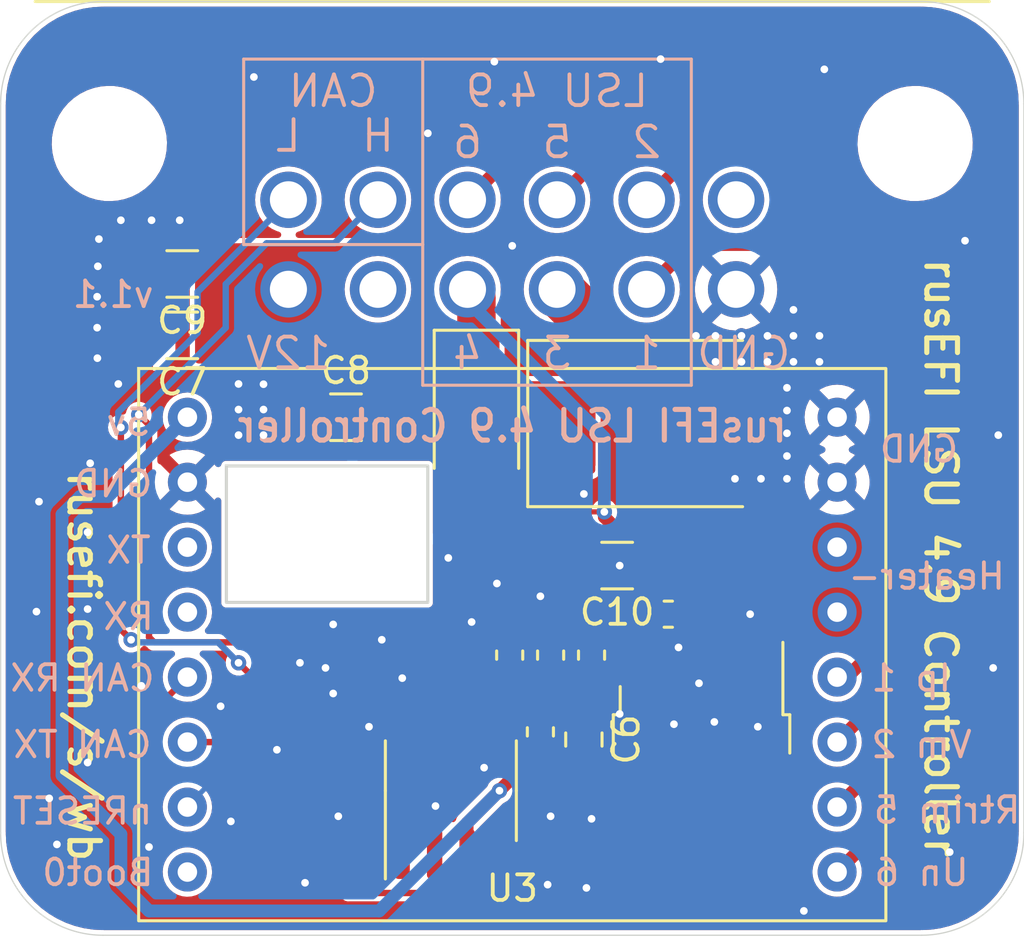
<source format=kicad_pcb>
(kicad_pcb (version 20211014) (generator pcbnew)
  (layers (0 "F.Cu" signal) (31 "B.Cu" signal) (34 "B.Paste" user) (35 "F.Paste" user) (36 "B.SilkS" user "B.Silkscreen") (37 "F.SilkS" user "F.Silkscreen") (38 "B.Mask" user) (39 "F.Mask" user) (44 "Edge.Cuts" user))
  (net 0 "")
  (net 1 "GND")
  (net 2 "+5V")
  (net 3 "Net-(C3-Pad1)")
  (net 4 "12V_RAW")
  (net 5 "/CAN_H")
  (net 6 "/CAN_L")
  (net 7 "/CAN_RX")
  (net 8 "/CAN_TX")
  (net 9 "/LSU_Heater+")
  (net 10 "/LSU_Un")
  (net 11 "/LSU_Rtrim")
  (net 12 "/LSU_Vm")
  (net 13 "/LSU_Ip")
  (net 14 "/LSU_Heater-")
  (net 19 "/Boot0")
  (footprint "mx120:mx120g-12" (layer "F.Cu") (at 60 66)
    (fp_text reference "J3" hide)
    (fp_text value "Conn_02x06_Top_Bottom")
    (fp_line (start 18.65 -11.25) (end -18.65 -11.25) (layer "F.SilkS") (width 0.12))
    (pad "" np_thru_hole circle locked (at -15.75 -5.7) (size 4 4) (drill 4) (layers *.Cu *.Mask))
    (pad "" np_thru_hole circle locked (at 15.75 -5.7) (size 4 4) (drill 4) (layers *.Cu *.Mask))
    (pad "1" thru_hole circle locked (at 8.75 0 180) (size 2.2 2.2) (drill 1.45) (layers *.Cu *.Mask) (net 1 "GND"))
    (pad "2" thru_hole circle locked (at 5.25 0 180) (size 2.2 2.2) (drill 1.45) (layers *.Cu *.Mask) (net 13 "/LSU_Ip"))
    (pad "3" thru_hole circle locked (at 1.75 0 180) (size 2.2 2.2) (drill 1.45) (layers *.Cu *.Mask) (net 14 "/LSU_Heater-"))
    (pad "4" thru_hole circle locked (at -1.75 0 180) (size 2.2 2.2) (drill 1.45) (layers *.Cu *.Mask) (net 9 "/LSU_Heater+"))
    (pad "5" thru_hole circle locked (at -5.25 0 180) (size 2.2 2.2) (drill 1.45) (layers *.Cu *.Mask))
    (pad "6" thru_hole circle locked (at -8.75 0 180) (size 2.2 2.2) (drill 1.45) (layers *.Cu *.Mask) (net 4 "12V_RAW"))
    (pad "7" thru_hole circle locked (at 8.75 -3.5 180) (size 2.2 2.2) (drill 1.45) (layers *.Cu *.Mask))
    (pad "8" thru_hole circle locked (at 5.25 -3.5 180) (size 2.2 2.2) (drill 1.45) (layers *.Cu *.Mask) (net 12 "/LSU_Vm"))
    (pad "9" thru_hole circle locked (at 1.75 -3.5 180) (size 2.2 2.2) (drill 1.45) (layers *.Cu *.Mask) (net 11 "/LSU_Rtrim"))
    (pad "10" thru_hole circle locked (at -1.75 -3.5 180) (size 2.2 2.2) (drill 1.45) (layers *.Cu *.Mask) (net 10 "/LSU_Un"))
    (pad "11" thru_hole circle locked (at -5.25 -3.5 180) (size 2.2 2.2) (drill 1.45) (layers *.Cu *.Mask) (net 5 "/CAN_H"))
    (pad "12" thru_hole circle locked (at -8.75 -3.5 180) (size 2.2 2.2) (drill 1.45) (layers *.Cu *.Mask) (net 6 "/CAN_L"))
  )
  (footprint "Capacitor_SMD:C_0603_1608Metric" (layer "F.Cu") (at 66.1 78.7 180)
    (fp_text reference "C1" hide)
    (fp_text value "1u")
    (fp_line (start -0.162779 0.51) (end 0.162779 0.51) (layer "F.SilkS") (width 0.12))
    (fp_line (start -0.162779 -0.51) (end 0.162779 -0.51) (layer "F.SilkS") (width 0.12))
    (pad "1" smd roundrect locked (at -0.7875 0 180) (size 0.875 0.95) (layers "F.Cu" "F.Paste" "F.Mask") (net 9 "/LSU_Heater+"))
    (pad "2" smd roundrect locked (at 0.7875 0 180) (size 0.875 0.95) (layers "F.Cu" "F.Paste" "F.Mask") (net 1 "GND"))
  )
  (footprint "Capacitor_SMD:C_0603_1608Metric" (layer "F.Cu") (at 63.1 80.3 90)
    (fp_text reference "C2" hide)
    (fp_text value "1u")
    (fp_line (start -0.162779 0.51) (end 0.162779 0.51) (layer "F.SilkS") (width 0.12))
    (fp_line (start -0.162779 -0.51) (end 0.162779 -0.51) (layer "F.SilkS") (width 0.12))
    (pad "1" smd roundrect locked (at -0.7875 0 90) (size 0.875 0.95) (layers "F.Cu" "F.Paste" "F.Mask") (net 2 "+5V"))
    (pad "2" smd roundrect locked (at 0.7875 0 90) (size 0.875 0.95) (layers "F.Cu" "F.Paste" "F.Mask") (net 1 "GND"))
  )
  (footprint "Capacitor_SMD:C_0603_1608Metric" (layer "F.Cu") (at 59.9 80.3 90)
    (fp_text reference "C3" hide)
    (fp_text value "1u")
    (fp_line (start -0.162779 0.51) (end 0.162779 0.51) (layer "F.SilkS") (width 0.12))
    (fp_line (start -0.162779 -0.51) (end 0.162779 -0.51) (layer "F.SilkS") (width 0.12))
    (pad "1" smd roundrect locked (at -0.7875 0 90) (size 0.875 0.95) (layers "F.Cu" "F.Paste" "F.Mask") (net 3 "Net-(C3-Pad1)"))
    (pad "2" smd roundrect locked (at 0.7875 0 90) (size 0.875 0.95) (layers "F.Cu" "F.Paste" "F.Mask") (net 1 "GND"))
  )
  (footprint "Diode_SMD:D_SMC" (layer "F.Cu") (at 65.405 71.247)
    (fp_text reference "D1" hide)
    (fp_text value "D_TVS")
    (fp_line (start -4.8 3.25) (end 3.6 3.25) (layer "F.SilkS") (width 0.12))
    (fp_line (start -4.8 3.25) (end -4.8 -3.25) (layer "F.SilkS") (width 0.12))
    (fp_line (start -4.8 -3.25) (end 3.6 -3.25) (layer "F.SilkS") (width 0.12))
    (pad "1" smd rect locked (at -3.4 0 90) (size 3.3 2.5) (layers "F.Cu" "F.Paste" "F.Mask") (net 4 "12V_RAW"))
    (pad "2" smd rect locked (at 3.4 0 90) (size 3.3 2.5) (layers "F.Cu" "F.Paste" "F.Mask") (net 1 "GND"))
  )
  (footprint "Diode_SMD:D_SMA" (layer "F.Cu") (at 58.6 71 -90)
    (fp_text reference "D2" hide)
    (fp_text value "D_Schottky")
    (fp_line (start -3.4 -1.65) (end -3.4 1.65) (layer "F.SilkS") (width 0.12))
    (fp_line (start -3.4 -1.65) (end 2 -1.65) (layer "F.SilkS") (width 0.12))
    (fp_line (start -3.4 1.65) (end 2 1.65) (layer "F.SilkS") (width 0.12))
    (pad "1" smd rect locked (at -2 0 270) (size 2.5 1.8) (layers "F.Cu" "F.Paste" "F.Mask") (net 9 "/LSU_Heater+"))
    (pad "2" smd rect locked (at 2 0 270) (size 2.5 1.8) (layers "F.Cu" "F.Paste" "F.Mask") (net 4 "12V_RAW"))
  )
  (footprint "Resistor_SMD:R_0603_1608Metric" (layer "F.Cu") (at 61.1 83.3 90)
    (fp_text reference "R1" hide)
    (fp_text value "220")
    (fp_line (start -0.162779 -0.51) (end 0.162779 -0.51) (layer "F.SilkS") (width 0.12))
    (fp_line (start -0.162779 0.51) (end 0.162779 0.51) (layer "F.SilkS") (width 0.12))
    (pad "1" smd roundrect locked (at -0.7875 0 90) (size 0.875 0.95) (layers "F.Cu" "F.Paste" "F.Mask") (net 2 "+5V"))
    (pad "2" smd roundrect locked (at 0.7875 0 90) (size 0.875 0.95) (layers "F.Cu" "F.Paste" "F.Mask") (net 3 "Net-(C3-Pad1)"))
  )
  (footprint "Resistor_SMD:R_0603_1608Metric" (layer "F.Cu") (at 61.5 80.3 90)
    (fp_text reference "R2" hide)
    (fp_text value "470")
    (fp_line (start -0.162779 0.51) (end 0.162779 0.51) (layer "F.SilkS") (width 0.12))
    (fp_line (start -0.162779 -0.51) (end 0.162779 -0.51) (layer "F.SilkS") (width 0.12))
    (pad "1" smd roundrect locked (at -0.7875 0 90) (size 0.875 0.95) (layers "F.Cu" "F.Paste" "F.Mask") (net 3 "Net-(C3-Pad1)"))
    (pad "2" smd roundrect locked (at 0.7875 0 90) (size 0.875 0.95) (layers "F.Cu" "F.Paste" "F.Mask") (net 1 "GND"))
  )
  (footprint "Package_SO:SOIC-8_3.9x4.9mm_P1.27mm" (layer "F.Cu") (at 57.6 85.6 90)
    (fp_text reference "U1" hide)
    (fp_text value "TJA1051T-3")
    (fp_line (start 0 -2.56) (end 1.95 -2.56) (layer "F.SilkS") (width 0.12))
    (fp_line (start 0 2.56) (end 1.95 2.56) (layer "F.SilkS") (width 0.12))
    (fp_line (start 0 -2.56) (end -3.45 -2.56) (layer "F.SilkS") (width 0.12))
    (fp_line (start 0 2.56) (end -1.95 2.56) (layer "F.SilkS") (width 0.12))
    (pad "1" smd roundrect locked (at -2.475 -1.905 90) (size 1.95 0.6) (layers "F.Cu" "F.Paste" "F.Mask") (net 8 "/CAN_TX"))
    (pad "2" smd roundrect locked (at -2.475 -0.635 90) (size 1.95 0.6) (layers "F.Cu" "F.Paste" "F.Mask") (net 1 "GND"))
    (pad "3" smd roundrect locked (at -2.475 0.635 90) (size 1.95 0.6) (layers "F.Cu" "F.Paste" "F.Mask") (net 2 "+5V"))
    (pad "4" smd roundrect locked (at -2.475 1.905 90) (size 1.95 0.6) (layers "F.Cu" "F.Paste" "F.Mask") (net 7 "/CAN_RX"))
    (pad "5" smd roundrect locked (at 2.475 1.905 90) (size 1.95 0.6) (layers "F.Cu" "F.Paste" "F.Mask") (net 3 "Net-(C3-Pad1)"))
    (pad "6" smd roundrect locked (at 2.475 0.635 90) (size 1.95 0.6) (layers "F.Cu" "F.Paste" "F.Mask") (net 6 "/CAN_L"))
    (pad "7" smd roundrect locked (at 2.475 -0.635 90) (size 1.95 0.6) (layers "F.Cu" "F.Paste" "F.Mask") (net 5 "/CAN_H"))
    (pad "8" smd roundrect locked (at 2.475 -1.905 90) (size 1.95 0.6) (layers "F.Cu" "F.Paste" "F.Mask") (net 1 "GND"))
  )
  (footprint "Package_TO_SOT_SMD:TO-252-2" (layer "F.Cu") (at 67.4 85.1 -90)
    (fp_text reference "U2" hide)
    (fp_text value "LM78M05_TO252")
    (fp_line (start -0.97 -3.45) (end -2.47 -3.45) (layer "F.SilkS") (width 0.12))
    (fp_line (start -2.47 3.18) (end -3.57 3.18) (layer "F.SilkS") (width 0.12))
    (fp_line (start -0.97 3.45) (end -2.47 3.45) (layer "F.SilkS") (width 0.12))
    (fp_line (start -2.47 3.45) (end -2.47 3.18) (layer "F.SilkS") (width 0.12))
    (fp_line (start -2.47 -3.45) (end -2.47 -3.18) (layer "F.SilkS") (width 0.12))
    (fp_line (start -2.47 -3.18) (end -5.3 -3.18) (layer "F.SilkS") (width 0.12))
    (pad "1" smd rect locked (at -4.2 -2.28 270) (size 2.2 1.2) (layers "F.Cu" "F.Paste" "F.Mask") (net 9 "/LSU_Heater+"))
    (pad "2" smd rect locked (at 2.1 0 270) (size 6.4 5.8) (layers "F.Cu" "F.Mask") (net 1 "GND"))
    (pad "3" smd rect locked (at -4.2 2.28 270) (size 2.2 1.2) (layers "F.Cu" "F.Paste" "F.Mask") (net 2 "+5V"))
  )
  (footprint "Capacitor_SMD:C_0402_1005Metric" (layer "F.Cu") (at 57 80.8 -90)
    (fp_text reference "C4" hide)
    (fp_text value "47p")
    (pad "1" smd roundrect locked (at -0.485 0 270) (size 0.59 0.64) (layers "F.Cu" "F.Paste" "F.Mask") (net 1 "GND"))
    (pad "2" smd roundrect locked (at 0.485 0 270) (size 0.59 0.64) (layers "F.Cu" "F.Paste" "F.Mask") (net 5 "/CAN_H"))
  )
  (footprint "Capacitor_SMD:C_0402_1005Metric" (layer "F.Cu") (at 58.2 80.8 90)
    (fp_text reference "C5" hide)
    (fp_text value "47p")
    (pad "1" smd roundrect locked (at -0.485 0 90) (size 0.59 0.64) (layers "F.Cu" "F.Paste" "F.Mask") (net 6 "/CAN_L"))
    (pad "2" smd roundrect locked (at 0.485 0 90) (size 0.59 0.64) (layers "F.Cu" "F.Paste" "F.Mask") (net 1 "GND"))
  )
  (footprint "Capacitor_SMD:C_0805_2012Metric" (layer "F.Cu") (at 62.8 83.6 -90)
    (fp_text reference "C6" (at 0 -1.65 90) (layer "F.SilkS"))
    (fp_text value "22u")
    (fp_line (start -0.258578 0.71) (end 0.258578 0.71) (layer "F.SilkS") (width 0.12))
    (fp_line (start -0.258578 -0.71) (end 0.258578 -0.71) (layer "F.SilkS") (width 0.12))
    (pad "1" smd roundrect locked (at -0.9375 0 270) (size 0.975 1.4) (layers "F.Cu" "F.Paste" "F.Mask") (net 2 "+5V"))
    (pad "2" smd roundrect locked (at 0.9375 0 270) (size 0.975 1.4) (layers "F.Cu" "F.Paste" "F.Mask") (net 1 "GND"))
  )
  (footprint "Capacitor_SMD:C_1206_3216Metric" (layer "F.Cu") (at 47.1 67.8 180)
    (fp_text reference "C7" (at 0 -1.82) (layer "F.SilkS"))
    (fp_text value "10u")
    (fp_line (start -0.602064 0.91) (end 0.602064 0.91) (layer "F.SilkS") (width 0.12))
    (fp_line (start -0.602064 -0.91) (end 0.602064 -0.91) (layer "F.SilkS") (width 0.12))
    (pad "1" smd roundrect locked (at -1.4 0 180) (size 1.25 1.75) (layers "F.Cu" "F.Paste" "F.Mask") (roundrect_rratio 0.2) (net 4 "12V_RAW"))
    (pad "2" smd roundrect locked (at 1.4 0 180) (size 1.25 1.75) (layers "F.Cu" "F.Paste" "F.Mask") (roundrect_rratio 0.2) (net 1 "GND"))
  )
  (footprint "Capacitor_SMD:C_1206_3216Metric" (layer "F.Cu") (at 53.5 71)
    (fp_text reference "C8" (at 0 -1.82) (layer "F.SilkS"))
    (fp_text value "10u")
    (fp_line (start -0.602064 -0.91) (end 0.602064 -0.91) (layer "F.SilkS") (width 0.12))
    (fp_line (start -0.602064 0.91) (end 0.602064 0.91) (layer "F.SilkS") (width 0.12))
    (pad "1" smd roundrect locked (at -1.4 0) (size 1.25 1.75) (layers "F.Cu" "F.Paste" "F.Mask") (roundrect_rratio 0.2) (net 1 "GND"))
    (pad "2" smd roundrect locked (at 1.4 0) (size 1.25 1.75) (layers "F.Cu" "F.Paste" "F.Mask") (roundrect_rratio 0.2) (net 4 "12V_RAW"))
  )
  (footprint "Capacitor_SMD:C_1206_3216Metric" (layer "F.Cu") (at 47.1 65.4 180)
    (fp_text reference "C9" (at 0 -1.82) (layer "F.SilkS"))
    (fp_text value "10u")
    (fp_line (start -0.602064 0.91) (end 0.602064 0.91) (layer "F.SilkS") (width 0.12))
    (fp_line (start -0.602064 -0.91) (end 0.602064 -0.91) (layer "F.SilkS") (width 0.12))
    (pad "1" smd roundrect locked (at -1.4 0 180) (size 1.25 1.75) (layers "F.Cu" "F.Paste" "F.Mask") (roundrect_rratio 0.2) (net 4 "12V_RAW"))
    (pad "2" smd roundrect locked (at 1.4 0 180) (size 1.25 1.75) (layers "F.Cu" "F.Paste" "F.Mask") (roundrect_rratio 0.2) (net 1 "GND"))
  )
  (footprint "Capacitor_SMD:C_1206_3216Metric" (layer "F.Cu") (at 64.1 76.8 180)
    (fp_text reference "C10" (at 0 -1.82) (layer "F.SilkS"))
    (fp_text value "10u")
    (fp_line (start -0.602064 -0.91) (end 0.602064 -0.91) (layer "F.SilkS") (width 0.12))
    (fp_line (start -0.602064 0.91) (end 0.602064 0.91) (layer "F.SilkS") (width 0.12))
    (pad "1" smd roundrect locked (at -1.4 0 180) (size 1.25 1.75) (layers "F.Cu" "F.Paste" "F.Mask") (roundrect_rratio 0.2) (net 9 "/LSU_Heater+"))
    (pad "2" smd roundrect locked (at 1.4 0 180) (size 1.25 1.75) (layers "F.Cu" "F.Paste" "F.Mask") (roundrect_rratio 0.2) (net 1 "GND"))
  )
  (footprint "wideband_module:f042_wideband_module" (layer "F.Cu") (at 47.3 71)
    (fp_text reference "U3" (at 12.7 18.415 unlocked) (layer "F.SilkS"))
    (fp_text value "f042_wideband_module")
    (fp_rect (start -1.905 -1.905) (end 27.305 19.685) (layer "F.SilkS") (width 0.12) (fill none))
    (fp_rect (start 1.524 1.905) (end 9.398 7.239) (layer "Edge.Cuts") (width 0.12) (fill none))
    (pad "1" thru_hole circle (at 0 0) (size 1.524 1.524) (drill 0.762) (layers *.Cu *.Mask) (net 2 "+5V"))
    (pad "2" thru_hole circle (at 0 2.54) (size 1.524 1.524) (drill 0.762) (layers *.Cu *.Mask) (net 1 "GND"))
    (pad "3" thru_hole circle (at 0 5.08) (size 1.524 1.524) (drill 0.762) (layers *.Cu *.Mask))
    (pad "4" thru_hole circle (at 0 7.62) (size 1.524 1.524) (drill 0.762) (layers *.Cu *.Mask))
    (pad "5" thru_hole circle (at 0 10.16) (size 1.524 1.524) (drill 0.762) (layers *.Cu *.Mask) (net 7 "/CAN_RX"))
    (pad "6" thru_hole circle (at 0 12.7) (size 1.524 1.524) (drill 0.762) (layers *.Cu *.Mask) (net 8 "/CAN_TX"))
    (pad "7" thru_hole circle (at 0 15.24) (size 1.524 1.524) (drill 0.762) (layers *.Cu *.Mask) (net 9 "/LSU_Heater+"))
    (pad "8" thru_hole circle (at 0 17.78) (size 1.524 1.524) (drill 0.762) (layers *.Cu *.Mask) (net 19 "/Boot0"))
    (pad "9" thru_hole circle (at 25.4 0) (size 1.524 1.524) (drill 0.762) (layers *.Cu *.Mask) (net 1 "GND"))
    (pad "10" thru_hole circle (at 25.4 2.54) (size 1.524 1.524) (drill 0.762) (layers *.Cu *.Mask) (net 1 "GND"))
    (pad "11" thru_hole circle (at 25.4 5.08) (size 1.524 1.524) (drill 0.762) (layers *.Cu *.Mask) (net 14 "/LSU_Heater-"))
    (pad "12" thru_hole circle (at 25.4 7.62) (size 1.524 1.524) (drill 0.762) (layers *.Cu *.Mask) (net 14 "/LSU_Heater-"))
    (pad "13" thru_hole circle (at 25.4 10.16) (size 1.524 1.524) (drill 0.762) (layers *.Cu *.Mask) (net 13 "/LSU_Ip"))
    (pad "14" thru_hole circle (at 25.4 12.7) (size 1.524 1.524) (drill 0.762) (layers *.Cu *.Mask) (net 12 "/LSU_Vm"))
    (pad "15" thru_hole circle (at 25.4 15.24) (size 1.524 1.524) (drill 0.762) (layers *.Cu *.Mask) (net 11 "/LSU_Rtrim"))
    (pad "16" thru_hole circle (at 25.4 17.78) (size 1.524 1.524) (drill 0.762) (layers *.Cu *.Mask) (net 10 "/LSU_Un"))
  )
  (gr_line (start 49.5 64.25) (end 56.5 64.25) (layer "B.SilkS") (width 0.12))
  (gr_line (start 67 57) (end 67 69.75) (layer "B.SilkS") (width 0.12))
  (gr_line (start 56.5 57) (end 49.5 57) (layer "B.SilkS") (width 0.12))
  (gr_line (start 56.5 69.75) (end 67 69.75) (layer "B.SilkS") (width 0.12))
  (gr_line (start 56.5 64.25) (end 56.5 69.75) (layer "B.SilkS") (width 0.12))
  (gr_line (start 56.5 64.25) (end 56.5 57) (layer "B.SilkS") (width 0.12))
  (gr_line (start 67 57) (end 56.5 57) (layer "B.SilkS") (width 0.12))
  (gr_line (start 49.5 57) (end 49.5 64.25) (layer "B.SilkS") (width 0.12))
  (gr_line (start 80 87.25) (end 80 58.75) (layer "Edge.Cuts") (width 0.05))
  (gr_arc (start 80 87.25) (mid 78.828427 90.078427) (end 76 91.25) (layer "Edge.Cuts") (width 0.05))
  (gr_arc (start 44 91.25) (mid 41.171573 90.078427) (end 40 87.25) (layer "Edge.Cuts") (width 0.05))
  (gr_arc (start 40 58.75) (mid 41.171573 55.921573) (end 44 54.75) (layer "Edge.Cuts") (width 0.05))
  (gr_line (start 44 91.25) (end 76 91.25) (layer "Edge.Cuts") (width 0.05))
  (gr_line (start 40 58.75) (end 40 87.25) (layer "Edge.Cuts") (width 0.05))
  (gr_arc (start 76 54.75) (mid 78.828427 55.921573) (end 80 58.75) (layer "Edge.Cuts") (width 0.05))
  (gr_line (start 76 54.75) (end 44 54.75) (layer "Edge.Cuts") (width 0.05))
  (gr_text "CAN" (at 53 58.25) (layer "B.SilkS") (effects (font (size 1.2 1.2)) (justify mirror)))
  (gr_text "12V" (at 51.25 68.5) (layer "B.SilkS") (effects (font (size 1.2 1.2)) (justify mirror)))
  (gr_text "GND" (at 69.05 68.5) (layer "B.SilkS") (effects (font (size 1.2 1.2)) (justify mirror)))
  (gr_text "L" (at 51.25 60) (layer "B.SilkS") (effects (font (size 1.2 1.2)) (justify mirror)))
  (gr_text "H" (at 54.75 60) (layer "B.SilkS") (effects (font (size 1.2 1.2)) (justify mirror)))
  (gr_text "1" (at 65.25 68.5) (layer "B.SilkS") (effects (font (size 1.2 1.2)) (justify mirror)))
  (gr_text "3" (at 61.75 68.5) (layer "B.SilkS") (effects (font (size 1.2 1.2)) (justify mirror)))
  (gr_text "4" (at 58.25 68.5) (layer "B.SilkS") (effects (font (size 1.2 1.2)) (justify mirror)))
  (gr_text "6" (at 58.25 60.25) (layer "B.SilkS") (effects (font (size 1.2 1.2)) (justify mirror)))
  (gr_text "5" (at 61.75 60.25) (layer "B.SilkS") (effects (font (size 1.2 1.2)) (justify mirror)))
  (gr_text "LSU 4.9" (at 61.75 58.25) (layer "B.SilkS") (effects (font (size 1.2 1.2)) (justify mirror)))
  (gr_text "2" (at 65.25 60.25) (layer "B.SilkS") (effects (font (size 1.2 1.2)) (justify mirror)))
  (gr_text "rusEFI LSU 4.9 Controller" (at 60 71.35) (layer "B.SilkS") (effects (font (size 1.2 1.1) (thickness 0.2)) (justify mirror)))
  (gr_text "GND" (at 75.9 72.25) (layer "B.SilkS") (effects (font (size 1 1)) (justify mirror)))
  (gr_text "Un 6" (at 76 88.8) (layer "B.SilkS") (effects (font (size 1 1)) (justify mirror)))
  (gr_text "TX" (at 45 76.2) (layer "B.SilkS") (effects (font (size 1 1)) (justify mirror)))
  (gr_text "CAN RX" (at 43.2 81.2) (layer "B.SilkS") (effects (font (size 1 1)) (justify mirror)))
  (gr_text "Rtrim 5" (at 77 86.36) (layer "B.SilkS") (effects (font (size 1 1)) (justify mirror)))
  (gr_text "RX" (at 45 78.8) (layer "B.SilkS") (effects (font (size 1 1)) (justify mirror)))
  (gr_text "nRESET" (at 43.2 86.4) (layer "B.SilkS") (effects (font (size 1 1)) (justify mirror)))
  (gr_text "Boot0" (at 43.8 88.8) (layer "B.SilkS") (effects (font (size 1 1)) (justify mirror)))
  (gr_text "v1.1" (at 44.4 66.2) (layer "B.SilkS") (effects (font (size 1 1)) (justify mirror)))
  (gr_text "Vm 2" (at 76 83.8) (layer "B.SilkS") (effects (font (size 1 1)) (justify mirror)))
  (gr_text "GND" (at 44.4 73.6) (layer "B.SilkS") (effects (font (size 1 1)) (justify mirror)))
  (gr_text "5v" (at 45 71.2) (layer "B.SilkS") (effects (font (size 1 1)) (justify mirror)))
  (gr_text "Heater-" (at 76.2 77.216) (layer "B.SilkS") (effects (font (size 1 1)) (justify mirror)))
  (gr_text "CAN TX" (at 43.2 83.8) (layer "B.SilkS") (effects (font (size 1 1)) (justify mirror)))
  (gr_text "Ip 1" (at 75.6 81.2) (layer "B.SilkS") (effects (font (size 1 1)) (justify mirror)))
  (gr_text "rusEFI LSU 4.9 Controller" (at 76.75 76.5 270) (layer "F.SilkS") (effects (font (size 1.2 1.2) (thickness 0.2))))
  (gr_text "rusefi.com/s/wb" (at 43.25 80.75 270) (layer "F.SilkS") (effects (font (size 1.2 1.2) (thickness 0.2))))
  (via (at 67.945 67.818) (size 0.6) (drill 0.3) (layers "F.Cu" "B.Cu") (net 1))
  (via (at 68.961 67.818) (size 0.6) (drill 0.3) (layers "F.Cu" "B.Cu") (net 1))
  (via (at 69.977 67.818) (size 0.6) (drill 0.3) (layers "F.Cu" "B.Cu") (net 1))
  (via (at 70.993 67.818) (size 0.6) (drill 0.3) (layers "F.Cu" "B.Cu") (net 1))
  (via (at 70.993 66.802) (size 0.6) (drill 0.3) (layers "F.Cu" "B.Cu") (net 1))
  (via (at 72.009 67.818) (size 0.6) (drill 0.3) (layers "F.Cu" "B.Cu") (net 1))
  (via (at 72.009 68.834) (size 0.6) (drill 0.3) (layers "F.Cu" "B.Cu") (net 1))
  (via (at 70.993 68.834) (size 0.6) (drill 0.3) (layers "F.Cu" "B.Cu") (net 1))
  (via (at 69.977 68.834) (size 0.6) (drill 0.3) (layers "F.Cu" "B.Cu") (net 1))
  (via (at 68.961 68.834) (size 0.6) (drill 0.3) (layers "F.Cu" "B.Cu") (net 1))
  (via (at 67.945 68.834) (size 0.6) (drill 0.3) (layers "F.Cu" "B.Cu") (net 1))
  (via (at 70.739 69.85) (size 0.6) (drill 0.3) (layers "F.Cu" "B.Cu") (net 1))
  (via (at 70.739 70.739) (size 0.6) (drill 0.3) (layers "F.Cu" "B.Cu") (net 1))
  (via (at 70.739 71.628) (size 0.6) (drill 0.3) (layers "F.Cu" "B.Cu") (net 1))
  (via (at 70.739 72.517) (size 0.6) (drill 0.3) (layers "F.Cu" "B.Cu") (net 1))
  (via (at 70.739 73.406) (size 0.6) (drill 0.3) (layers "F.Cu" "B.Cu") (net 1))
  (via (at 69.723 73.406) (size 0.6) (drill 0.3) (layers "F.Cu" "B.Cu") (net 1))
  (via (at 68.707 73.406) (size 0.6) (drill 0.3) (layers "F.Cu" "B.Cu") (net 1))
  (via (at 67.183 67.818) (size 0.6) (drill 0.3) (layers "F.Cu" "B.Cu") (net 1))
  (via (at 50.8 84) (size 0.6) (drill 0.3) (layers "F.Cu" "B.Cu") (net 1))
  (via (at 41.5 74.3) (size 0.6) (drill 0.3) (layers "F.Cu" "B.Cu") (net 1))
  (via (at 65.8 57) (size 0.6) (drill 0.3) (layers "F.Cu" "B.Cu") (net 1))
  (via (at 43.4 75.5) (size 0.6) (drill 0.3) (layers "F.Cu" "B.Cu") (net 1))
  (via (at 54.9 79.7) (size 0.6) (drill 0.3) (layers "F.Cu" "B.Cu") (net 1))
  (via (at 72.2 57.4) (size 0.6) (drill 0.3) (layers "F.Cu" "B.Cu") (net 1))
  (via (at 49.3 69.7) (size 0.6) (drill 0.3) (layers "F.Cu" "B.Cu") (net 1))
  (via (at 43.8 65.1) (size 0.6) (drill 0.3) (layers "F.Cu" "B.Cu") (net 1))
  (via (at 59.4 77.5) (size 0.6) (drill 0.3) (layers "F.Cu" "B.Cu") (net 1))
  (via (at 49.3 70.7) (size 0.6) (drill 0.3) (layers "F.Cu" "B.Cu") (net 1))
  (via (at 78.8 80.8) (size 0.6) (drill 0.3) (layers "F.Cu" "B.Cu") (net 1))
  (via (at 43.4 78.5) (size 0.6) (drill 0.3) (layers "F.Cu" "B.Cu") (net 1))
  (via (at 59.3 57.1) (size 0.6) (drill 0.3) (layers "F.Cu" "B.Cu") (net 1))
  (via (at 61.5 86.6) (size 0.6) (drill 0.3) (layers "F.Cu" "B.Cu") (net 1))
  (via (at 53 79.1) (size 0.6) (drill 0.3) (layers "F.Cu" "B.Cu") (net 1))
  (via (at 49.3 71.7) (size 0.6) (drill 0.3) (layers "F.Cu" "B.Cu") (net 1))
  (via (at 45.5 81.5) (size 0.6) (drill 0.3) (layers "F.Cu" "B.Cu") (net 1))
  (via (at 69.3 78.7) (size 0.6) (drill 0.3) (layers "F.Cu" "B.Cu") (net 1))
  (via (at 51.7 80.6) (size 0.6) (drill 0.3) (layers "F.Cu" "B.Cu") (net 1))
  (via (at 45.9 63.3) (size 0.6) (drill 0.3) (layers "F.Cu" "B.Cu") (net 1))
  (via (at 43.781879 68.691948) (size 0.6) (drill 0.3) (layers "F.Cu" "B.Cu") (net 1))
  (via (at 56.7 59.9) (size 0.6) (drill 0.3) (layers "F.Cu" "B.Cu") (net 1))
  (via (at 41.9 85.9) (size 0.6) (drill 0.3) (layers "F.Cu" "B.Cu") (net 1))
  (via (at 54.4 83.1) (size 0.6) (drill 0.3) (layers "F.Cu" "B.Cu") (net 1))
  (via (at 45.8 87.8) (size 0.6) (drill 0.3) (layers "F.Cu" "B.Cu") (net 1))
  (via (at 43.771994 66.289898) (size 0.6) (drill 0.3) (layers "F.Cu" "B.Cu") (net 1))
  (via (at 41.4 78.6) (size 0.6) (drill 0.3) (layers "F.Cu" "B.Cu") (net 1))
  (via (at 63.1 86.7) (size 0.6) (drill 0.3) (layers "F.Cu" "B.Cu") (net 1))
  (via (at 77.1 88) (size 0.6) (drill 0.3) (layers "F.Cu" "B.Cu") (net 1))
  (via (at 60 64.3) (size 0.6) (drill 0.3) (layers "F.Cu" "B.Cu") (net 1))
  (via (at 49.9 57.7) (size 0.6) (drill 0.3) (layers "F.Cu" "B.Cu") (net 1))
  (via (at 67.900341 82.911962) (size 0.6) (drill 0.3) (layers "F.Cu" "B.Cu") (net 1))
  (via (at 62.9 89.4) (size 0.6) (drill 0.3) (layers "F.Cu" "B.Cu") (net 1))
  (via (at 48.6 82.3) (size 0.6) (drill 0.3) (layers "F.Cu" "B.Cu") (net 1))
  (via (at 58.9 84.7) (size 0.6) (drill 0.3) (layers "F.Cu" "B.Cu") (net 1))
  (via (at 53.2 86.6) (size 0.6) (drill 0.3) (layers "F.Cu" "B.Cu") (net 1))
  (via (at 44.7 63.3) (size 0.6) (drill 0.3) (layers "F.Cu" "B.Cu") (net 1))
  (via (at 62.8 74) (size 0.6) (drill 0.3) (layers "F.Cu" "B.Cu") (net 1))
  (via (at 43.841189 64.036122) (size 0.6) (drill 0.3) (layers "F.Cu" "B.Cu") (net 1))
  (via (at 69.6 83.1) (size 0.6) (drill 0.3) (layers "F.Cu" "B.Cu") (net 1))
  (via (at 43.4 84.5) (size 0.6) (drill 0.3) (layers "F.Cu" "B.Cu") (net 1))
  (via (at 57.5 76.5) (size 0.6) (drill 0.3) (layers "F.Cu" "B.Cu") (net 1))
  (via (at 66.5 80) (size 0.6) (drill 0.3) (layers "F.Cu" "B.Cu") (net 1))
  (via (at 55.7 81.2) (size 0.6) (drill 0.3) (layers "F.Cu" "B.Cu") (net 1))
  (via (at 50.276312 71.7) (size 0.6) (drill 0.3) (layers "F.Cu" "B.Cu") (net 1))
  (via (at 64.2 82.6) (size 0.6) (drill 0.3) (layers "F.Cu" "B.Cu") (net 1))
  (via (at 53 81.8) (size 0.6) (drill 0.3) (layers "F.Cu" "B.Cu") (net 1))
  (via (at 67.3 81.4) (size 0.6) (drill 0.3) (layers "F.Cu" "B.Cu") (net 1))
  (via (at 51.9 89.2) (size 0.6) (drill 0.3) (layers "F.Cu" "B.Cu") (net 1))
  (via (at 49 86.8) (size 0.6) (drill 0.3) (layers "F.Cu" "B.Cu") (net 1))
  (via (at 66.321215 83.000927) (size 0.6) (drill 0.3) (layers "F.Cu" "B.Cu") (net 1))
  (via (at 79 71.7) (size 0.6) (drill 0.3) (layers "F.Cu" "B.Cu") (net 1))
  (via (at 50.276312 70.7) (size 0.6) (drill 0.3) (layers "F.Cu" "B.Cu") (net 1))
  (via (at 57 86.2) (size 0.6) (drill 0.3) (layers "F.Cu" "B.Cu") (net 1))
  (via (at 64.2 76.8) (size 0.6) (drill 0.3) (layers "F.Cu" "B.Cu") (net 1))
  (via (at 44.6 69.7) (size 0.6) (drill 0.3) (layers "F.Cu" "B.Cu") (net 1))
  (via (at 43.771994 67.5) (size 0.6) (drill 0.3) (layers "F.Cu" "B.Cu") (net 1))
  (via (at 77.7 64.1) (size 0.6) (drill 0.3) (layers "F.Cu" "B.Cu") (net 1))
  (via (at 43.5 72.8) (size 0.6) (drill 0.3) (layers "F.Cu" "B.Cu") (net 1))
  (via (at 58.412246 79.005411) (size 0.6) (drill 0.3) (layers "F.Cu" "B.Cu") (net 1))
  (via (at 61.383667 89.272948) (size 0.6) (drill 0.3) (layers "F.Cu" "B.Cu") (net 1))
  (via (at 50.276312 69.710101) (size 0.6) (drill 0.3) (layers "F.Cu" "B.Cu") (net 1))
  (via (at 61.1 78) (size 0.6) (drill 0.3) (layers "F.Cu" "B.Cu") (net 1))
  (via (at 47 63.3) (size 0.6) (drill 0.3) (layers "F.Cu" "B.Cu") (net 1))
  (via (at 42.2 87.7) (size 0.6) (drill 0.3) (layers "F.Cu" "B.Cu") (net 1))
  (via (at 71.4 90.3) (size 0.6) (drill 0.3) (layers "F.Cu" "B.Cu") (net 1))
  (segment (start 65.12 80.9) (end 63.2875 80.9) (width 0.5) (layer "F.Cu") (net 2))
  (segment (start 62.8 82.6625) (end 62.8 81.3875) (width 0.5) (layer "F.Cu") (net 2))
  (segment (start 61.0125 84.0875) (end 59.5 85.6) (width 0.5) (layer "F.Cu") (net 2))
  (segment (start 61.1 84.0875) (end 61.0125 84.0875) (width 0.5) (layer "F.Cu") (net 2))
  (segment (start 62.8 81.3875) (end 63.1 81.0875) (width 0.5) (layer "F.Cu") (net 2))
  (segment (start 63.2875 80.9) (end 63.1 81.0875) (width 0.5) (layer "F.Cu") (net 2))
  (segment (start 62.8 82.6625) (end 62.525 82.6625) (width 0.5) (layer "F.Cu") (net 2))
  (segment (start 59.5 85.6) (end 58.235 86.865) (width 0.5) (layer "F.Cu") (net 2))
  (segment (start 58.235 86.865) (end 58.235 88.075) (width 0.5) (layer "F.Cu") (net 2))
  (segment (start 62.525 82.6625) (end 61.1 84.0875) (width 0.5) (layer "F.Cu") (net 2))
  (via (at 59.5 85.6) (size 0.6) (drill 0.3) (layers "F.Cu" "B.Cu") (net 2))
  (segment (start 42.4 74.8) (end 42.4 85) (width 0.5) (layer "B.Cu") (net 2))
  (segment (start 44.7 89.2) (end 45.8 90.3) (width 0.5) (layer "B.Cu") (net 2))
  (segment (start 42.4 85) (end 44.7 87.3) (width 0.5) (layer "B.Cu") (net 2))
  (segment (start 43.1 74.1) (end 42.4 74.8) (width 0.5) (layer "B.Cu") (net 2))
  (segment (start 44.7 87.3) (end 44.7 89.2) (width 0.5) (layer "B.Cu") (net 2))
  (segment (start 54.8 90.3) (end 59.5 85.6) (width 0.5) (layer "B.Cu") (net 2))
  (segment (start 44.2 74.1) (end 43.1 74.1) (width 0.5) (layer "B.Cu") (net 2))
  (segment (start 45.8 90.3) (end 54.8 90.3) (width 0.5) (layer "B.Cu") (net 2))
  (segment (start 47.3 71) (end 44.2 74.1) (width 0.5) (layer "B.Cu") (net 2))
  (segment (start 61.5 81.0875) (end 61.5 82.1125) (width 0.25) (layer "F.Cu") (net 3))
  (segment (start 61.5 82.1125) (end 61.1 82.5125) (width 0.25) (layer "F.Cu") (net 3))
  (segment (start 59.9 81.0875) (end 61.5 81.0875) (width 0.25) (layer "F.Cu") (net 3))
  (segment (start 59.505 81.4825) (end 59.9 81.0875) (width 0.25) (layer "F.Cu") (net 3))
  (segment (start 59.505 83.125) (end 59.505 81.4825) (width 0.25) (layer "F.Cu") (net 3))
  (segment (start 56.5 84.9) (end 56.3 85.1) (width 0.25) (layer "F.Cu") (net 5))
  (segment (start 56.965 83.125) (end 56.965 84.435) (width 0.25) (layer "F.Cu") (net 5))
  (segment (start 56.965 83.125) (end 56.965 81.32) (width 0.25) (layer "F.Cu") (net 5))
  (segment (start 56.3 85.1) (end 54.9 85.1) (width 0.25) (layer "F.Cu") (net 5))
  (segment (start 56.965 84.435) (end 56.5 84.9) (width 0.25) (layer "F.Cu") (net 5))
  (segment (start 56.965 81.32) (end 57 81.285) (width 0.25) (layer "F.Cu") (net 5))
  (segment (start 49.6 79.8) (end 46.6 79.8) (width 0.25) (layer "F.Cu") (net 5))
  (segment (start 45.8 71.3) (end 45.4 70.9) (width 0.25) (layer "F.Cu") (net 5))
  (segment (start 46.6 79.8) (end 46 79.8) (width 0.25) (layer "F.Cu") (net 5))
  (segment (start 45.8 78.3) (end 45.8 71.3) (width 0.25) (layer "F.Cu") (net 5))
  (segment (start 50.4 80.6) (end 49.6 79.8) (width 0.25) (layer "F.Cu") (net 5))
  (segment (start 46 79.8) (end 45.8 79.6) (width 0.25) (layer "F.Cu") (net 5))
  (segment (start 45.8 79.6) (end 45.8 78.3) (width 0.25) (layer "F.Cu") (net 5))
  (segment (start 54.9 85.1) (end 50.4 80.6) (width 0.25) (layer "F.Cu") (net 5))
  (via (at 45.4 70.9) (size 0.6) (drill 0.3) (layers "F.Cu" "B.Cu") (net 5))
  (segment (start 48.8 67.5) (end 48.8 65.8) (width 0.25) (layer "B.Cu") (net 5))
  (segment (start 45.4 70.9) (end 48.8 67.5) (width 0.25) (layer "B.Cu") (net 5))
  (segment (start 48.8 65.8) (end 50.4 64.2) (width 0.25) (layer "B.Cu") (net 5))
  (segment (start 50.4 64.2) (end 53.05 64.2) (width 0.25) (layer "B.Cu") (net 5))
  (segment (start 53.05 64.2) (end 54.75 62.5) (width 0.25) (layer "B.Cu") (net 5))
  (segment (start 44.7 79.3) (end 45.1 79.7) (width 0.25) (layer "F.Cu") (net 6))
  (segment (start 44.7 71.4) (end 44.7 79.3) (width 0.25) (layer "F.Cu") (net 6))
  (segment (start 56.7 85.6) (end 55.2 85.6) (width 0.25) (layer "F.Cu") (net 6))
  (segment (start 58.235 83.125) (end 58.235 84.065) (width 0.25) (layer "F.Cu") (net 6))
  (segment (start 55.2 85.6) (end 54.3 85.6) (width 0.25) (layer "F.Cu") (net 6))
  (segment (start 58.235 83.125) (end 58.235 81.32) (width 0.25) (layer "F.Cu") (net 6))
  (segment (start 57.1 85.2) (end 56.7 85.6) (width 0.25) (layer "F.Cu") (net 6))
  (segment (start 58.235 81.32) (end 58.2 81.285) (width 0.25) (layer "F.Cu") (net 6))
  (segment (start 54.3 85.6) (end 49.3 80.6) (width 0.25) (layer "F.Cu") (net 6))
  (segment (start 58.235 84.065) (end 57.1 85.2) (width 0.25) (layer "F.Cu") (net 6))
  (via (at 45.1 79.7) (size 0.6) (drill 0.3) (layers "F.Cu" "B.Cu") (net 6))
  (via (at 49.3 80.6) (size 0.6) (drill 0.3) (layers "F.Cu" "B.Cu") (net 6))
  (via (at 44.7 71.4) (size 0.6) (drill 0.3) (layers "F.Cu" "B.Cu") (net 6))
  (segment (start 49.3 80.6) (end 48.5 79.8) (width 0.25) (layer "B.Cu") (net 6))
  (segment (start 45.2 79.8) (end 45.1 79.7) (width 0.25) (layer "B.Cu") (net 6))
  (segment (start 46.3 79.8) (end 45.2 79.8) (width 0.25) (layer "B.Cu") (net 6))
  (segment (start 44.6 70.8) (end 44.6 71.3) (width 0.25) (layer "B.Cu") (net 6))
  (segment (start 51.25 62.55) (end 47.7 66.1) (width 0.25) (layer "B.Cu") (net 6))
  (segment (start 51.25 62.5) (end 51.25 62.55) (width 0.25) (layer "B.Cu") (net 6))
  (segment (start 48.5 79.8) (end 46.3 79.8) (width 0.25) (layer "B.Cu") (net 6))
  (segment (start 47.7 66.1) (end 47.7 67.7) (width 0.25) (layer "B.Cu") (net 6))
  (segment (start 44.6 71.3) (end 44.7 71.4) (width 0.25) (layer "B.Cu") (net 6))
  (segment (start 47.7 67.7) (end 44.6 70.8) (width 0.25) (layer "B.Cu") (net 6))
  (segment (start 46.4 84.9) (end 48.9 84.9) (width 0.25) (layer "F.Cu") (net 7))
  (segment (start 59.3 89.6) (end 59.505 89.395) (width 0.25) (layer "F.Cu") (net 7))
  (segment (start 45.9 84.4) (end 46.4 84.9) (width 0.25) (layer "F.Cu") (net 7))
  (segment (start 59.505 89.395) (end 59.505 88.075) (width 0.25) (layer "F.Cu") (net 7))
  (segment (start 48.9 84.9) (end 53.6 89.6) (width 0.25) (layer "F.Cu") (net 7))
  (segment (start 47.3 81.16) (end 45.9 82.56) (width 0.25) (layer "F.Cu") (net 7))
  (segment (start 45.9 82.56) (end 45.9 84.4) (width 0.25) (layer "F.Cu") (net 7))
  (segment (start 53.6 89.6) (end 59.3 89.6) (width 0.25) (layer "F.Cu") (net 7))
  (segment (start 47.3 83.7) (end 48.5 83.7) (width 0.25) (layer "F.Cu") (net 8))
  (segment (start 48.5 83.7) (end 52.875 88.075) (width 0.25) (layer "F.Cu") (net 8))
  (segment (start 52.875 88.075) (end 55.695 88.075) (width 0.25) (layer "F.Cu") (net 8))
  (segment (start 56.9 78.8) (end 61 74.7) (width 0.2) (layer "F.Cu") (net 9))
  (segment (start 69.68 80.48) (end 67.9 78.7) (width 0.5) (layer "F.Cu") (net 9))
  (segment (start 52.7 80.8) (end 54.7 78.8) (width 0.2) (layer "F.Cu") (net 9))
  (segment (start 65.5 76.8) (end 66.8875 78.1875) (width 0.5) (layer "F.Cu") (net 9))
  (segment (start 58.25 66) (end 58.6 66.35) (width 1.5) (layer "F.Cu") (net 9))
  (segment (start 66.8875 78.1875) (end 66.8875 78.7) (width 0.5) (layer "F.Cu") (net 9))
  (segment (start 63.6 74.7) (end 63.6 74.9) (width 0.5) (layer "F.Cu") (net 9))
  (segment (start 69.68 80.9) (end 69.68 80.48) (width 0.5) (layer "F.Cu") (net 9))
  (segment (start 58.6 66.35) (end 58.6 69) (width 1.5) (layer "F.Cu") (net 9))
  (segment (start 67.9 78.7) (end 66.8875 78.7) (width 0.5) (layer "F.Cu") (net 9))
  (segment (start 63.6 74.9) (end 65.5 76.8) (width 0.5) (layer "F.Cu") (net 9))
  (segment (start 54.7 78.8) (end 56.9 78.8) (width 0.2) (layer "F.Cu") (net 9))
  (segment (start 61 74.7) (end 63.6 74.7) (width 0.2) (layer "F.Cu") (net 9))
  (via (at 52.7 80.8) (size 0.6) (drill 0.3) (layers "F.Cu" "B.Cu") (net 9))
  (via (at 63.6 74.7) (size 0.6) (drill 0.3) (layers "F.Cu" "B.Cu") (net 9))
  (segment (start 47.3 86.2) (end 52.7 80.8) (width 0.2) (layer "B.Cu") (net 9))
  (segment (start 60.3 68.5) (end 63.6 71.8) (width 0.5) (layer "B.Cu") (net 9))
  (segment (start 47.3 86.24) (end 47.3 86.2) (width 0.2) (layer "B.Cu") (net 9))
  (segment (start 63.6 71.8) (end 63.6 74.7) (width 0.5) (layer "B.Cu") (net 9))
  (segment (start 58.25 66) (end 58.25 66.45) (width 0.5) (layer "B.Cu") (net 9))
  (segment (start 58.25 66.45) (end 60.3 68.5) (width 0.5) (layer "B.Cu") (net 9))
  (segment (start 77.5 68.25) (end 72.15 62.9) (width 0.5) (layer "F.Cu") (net 10))
  (segment (start 77.5 83.98) (end 77.5 68.25) (width 0.5) (layer "F.Cu") (net 10))
  (segment (start 72.15 62.9) (end 72.15 61.1) (width 0.5) (layer "F.Cu") (net 10))
  (segment (start 61.45 59.3) (end 58.25 62.5) (width 0.5) (layer "F.Cu") (net 10))
  (segment (start 72.15 61.1) (end 70.35 59.3) (width 0.5) (layer "F.Cu") (net 10))
  (segment (start 70.35 59.3) (end 61.45 59.3) (width 0.5) (layer "F.Cu") (net 10))
  (segment (start 72.7 88.78) (end 77.5 83.98) (width 0.5) (layer "F.Cu") (net 10))
  (segment (start 71.45 61.4) (end 71.45 63.2) (width 0.5) (layer "F.Cu") (net 11))
  (segment (start 76.75 82.19) (end 72.7 86.24) (width 0.5) (layer "F.Cu") (net 11))
  (segment (start 64.25 60) (end 70.05 60) (width 0.5) (layer "F.Cu") (net 11))
  (segment (start 61.75 62.5) (end 64.25 60) (width 0.5) (layer "F.Cu") (net 11))
  (segment (start 70.05 60) (end 71.45 61.4) (width 0.5) (layer "F.Cu") (net 11))
  (segment (start 76.75 68.5) (end 76.75 82.19) (width 0.5) (layer "F.Cu") (net 11))
  (segment (start 71.45 63.2) (end 76.75 68.5) (width 0.5) (layer "F.Cu") (net 11))
  (segment (start 76 68.75) (end 70.75 63.5) (width 0.5) (layer "F.Cu") (net 12))
  (segment (start 69.75 60.7) (end 67.05 60.7) (width 0.5) (layer "F.Cu") (net 12))
  (segment (start 76 80.4) (end 76 68.75) (width 0.5) (layer "F.Cu") (net 12))
  (segment (start 70.75 63.5) (end 70.75 61.7) (width 0.5) (layer "F.Cu") (net 12))
  (segment (start 70.75 61.7) (end 69.75 60.7) (width 0.5) (layer "F.Cu") (net 12))
  (segment (start 72.7 83.7) (end 76 80.4) (width 0.5) (layer "F.Cu") (net 12))
  (segment (start 67.05 60.7) (end 65.25 62.5) (width 0.5) (layer "F.Cu") (net 12))
  (segment (start 75.25 69) (end 70.5 64.25) (width 0.5) (layer "F.Cu") (net 13))
  (segment (start 66.5 64.75) (end 65.25 66) (width 0.5) (layer "F.Cu") (net 13))
  (segment (start 67 64.25) (end 66.5 64.75) (width 0.5) (layer "F.Cu") (net 13))
  (segment (start 72.7 81.16) (end 73.09 81.16) (width 0.5) (layer "F.Cu") (net 13))
  (segment (start 73.09 81.16) (end 75.25 79) (width 0.5) (layer "F.Cu") (net 13))
  (segment (start 75.25 79) (end 75.25 69) (width 0.5) (layer "F.Cu") (net 13))
  (segment (start 70.5 64.25) (end 67 64.25) (width 0.5) (layer "F.Cu") (net 13))
  (segment (start 71.5 77) (end 71.78 77) (width 2) (layer "F.Cu") (net 14))
  (segment (start 71.5 77) (end 71.5 77.42) (width 2) (layer "F.Cu") (net 14))
  (segment (start 72.7 76.08) (end 72.7 78.62) (width 2) (layer "F.Cu") (net 14))
  (segment (start 71.78 77) (end 72.7 76.08) (width 2) (layer "F.Cu") (net 14))
  (segment (start 65.4558 73.7108) (end 68.745 77) (width 2) (layer "F.Cu") (net 14))
  (segment (start 65.4558 69.7058) (end 65.4558 73.7108) (width 2) (layer "F.Cu") (net 14))
  (segment (start 61.75 66) (end 65.4558 69.7058) (width 2) (layer "F.Cu") (net 14))
  (segment (start 68.745 77) (end 71.5 77) (width 2) (layer "F.Cu") (net 14))
  (segment (start 71.5 77.42) (end 72.7 78.62) (width 2) (layer "F.Cu") (net 14))
  (zone (net 1) (net_name "GND") (layers F&B.Cu) (connect_pads (clearance 0.2)) (min_thickness 0.254) (fill yes (thermal_gap 0.508) (thermal_bridge_width 0.508))
    (polygon (pts (xy 80 91.25) (xy 40 91.25) (xy 40 54.75) (xy 80 54.75)))
  )
  (zone (net 4) (net_name "12V_RAW") (layer "F.Cu") (priority 1) (connect_pads yes (clearance 0.2)) (min_thickness 0.254) (fill yes (thermal_gap 0.508) (thermal_bridge_width 0.508))
    (polygon (pts (xy 57.7 68.6) (xy 60.325 69.596) (xy 63.246 69.596) (xy 63.246 73.152) (xy 59.69 74.803) (xy 55.753 76.073) (xy 53.848 76.073) (xy 53.848 70) (xy 52.5 68.9) (xy 47.6 68.9) (xy 47.6 64.2) (xy 55.5 64.2) (xy 56.5 65.1)))
  )
)
</source>
